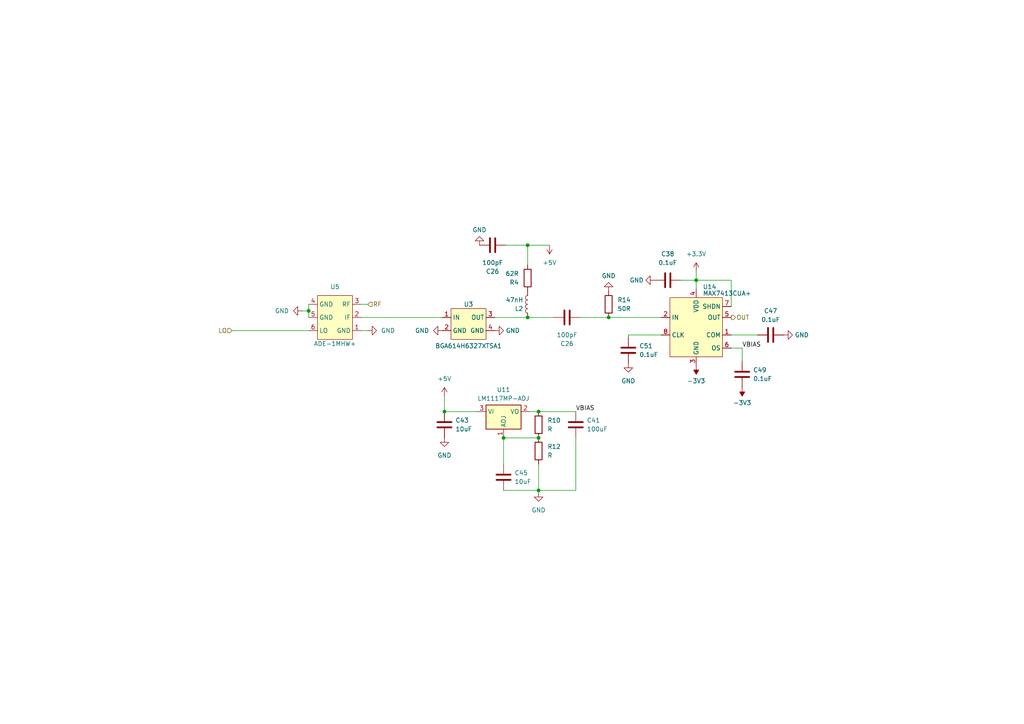
<source format=kicad_sch>
(kicad_sch (version 20230121) (generator eeschema)
  (paper "A4")
  (lib_symbols
    (symbol "ADE-1MHW+:ADE-1MHW+"
      (property "Reference" "U" (at 0 10.16 0))
      (property "Value" "ADE-1MHW+" (at 0 7.62 0))
      (symbol "ADE-1MHW+_1_1"
        (rectangle (start -5.08 6.35) (end 5.08 -6.35) (fill (type background)))
        (pin power_in line (at -7.62 3.81 0) (length 2.54) (name "GND") (number "1"))
        (pin output line (at -7.62 0 0) (length 2.54) (name "IF") (number "2"))
        (pin input line (at -7.62 -3.81 0) (length 2.54) (name "RF") (number "3"))
        (pin power_in line (at 7.62 -3.81 180) (length 2.54) (name "GND") (number "4"))
        (pin power_in line (at 7.62 0 180) (length 2.54) (name "GND") (number "5"))
        (pin input line (at 7.62 3.81 180) (length 2.54) (name "LO") (number "6"))
      )
    )
    (symbol "BGA614H6327XTSA1:BGA614H6327XTSA1"
      (property "Reference" "U" (at 0 7.62 0))
      (property "Value" "BGA614H6327XTSA1" (at 0 5.08 0))
      (symbol "BGA614H6327XTSA1_1_1"
        (rectangle (start -5.08 3.81) (end 5.08 -5.08) (fill (type background)))
        (pin input line (at -7.62 1.27 0) (length 2.54) (name "IN") (number "1"))
        (pin power_in line (at -7.62 -2.54 0) (length 2.54) (name "GND") (number "2"))
        (pin output line (at 7.62 1.27 180) (length 2.54) (name "OUT") (number "3"))
        (pin power_in line (at 7.62 -2.54 180) (length 2.54) (name "GND") (number "4"))
      )
    )
    (symbol "Device:C" (pin_numbers hide) (pin_names (offset 0.254))
      (property "Reference" "C" (at 0.635 2.54 0))
      (property "Value" "C" (at 0.635 -2.54 0))
      (symbol "C_0_1"
        (polyline (pts (xy -2.032 -0.762) (xy 2.032 -0.762)) (stroke (width 0.508)))
        (polyline (pts (xy -2.032 0.762) (xy 2.032 0.762)) (stroke (width 0.508)))
      )
      (symbol "C_1_1"
        (pin passive line (at 0 3.81 270) (length 2.794) (name "~") (number "1"))
        (pin passive line (at 0 -3.81 90) (length 2.794) (name "~") (number "2"))
      )
    )
    (symbol "Device:L" (pin_numbers hide) (pin_names (offset 1.016) hide)
      (property "Reference" "L" (at -1.27 0 90))
      (property "Value" "L" (at 1.905 0 90))
      (symbol "L_0_1"
        (arc (start 0 -2.54) (mid 0.6323 -1.905) (end 0 -1.27))
        (arc (start 0 -1.27) (mid 0.6323 -0.635) (end 0 0))
        (arc (start 0 0) (mid 0.6323 0.635) (end 0 1.27))
        (arc (start 0 1.27) (mid 0.6323 1.905) (end 0 2.54))
      )
      (symbol "L_1_1"
        (pin passive line (at 0 3.81 270) (length 1.27) (name "1") (number "1"))
        (pin passive line (at 0 -3.81 90) (length 1.27) (name "2") (number "2"))
      )
    )
    (symbol "Device:R" (pin_numbers hide) (pin_names (offset 0))
      (property "Reference" "R" (at 2.032 0 90))
      (property "Value" "R" (at 0 0 90))
      (symbol "R_0_1"
        (rectangle (start -1.016 -2.54) (end 1.016 2.54) (stroke (width 0.254)))
      )
      (symbol "R_1_1"
        (pin passive line (at 0 3.81 270) (length 1.27) (name "~") (number "1"))
        (pin passive line (at 0 -3.81 90) (length 1.27) (name "~") (number "2"))
      )
    )
    (symbol "MAX7413:MAX7413CUA+-ND"
      (property "Reference" "U" (at -7.62 11.43 0))
      (property "Value" "MAX7413CUA+" (at -8.255 9.525 0))
      (symbol "MAX7413CUA+-ND_1_1"
        (rectangle (start -7.62 8.255) (end 7.62 -8.89) (fill (type background)))
        (pin passive line (at 10.16 -2.54 180) (length 2.54) (name "COM") (number "1"))
        (pin input line (at -10.16 2.54 0) (length 2.54) (name "IN") (number "2"))
        (pin power_in line (at 0 -11.43 90) (length 2.54) (name "GND") (number "3"))
        (pin power_in line (at 0 10.795 270) (length 2.54) (name "VDD") (number "4"))
        (pin output line (at 10.16 2.54 180) (length 2.54) (name "OUT") (number "5"))
        (pin passive line (at 10.16 -6.35 180) (length 2.54) (name "OS") (number "6"))
        (pin power_in line (at 10.16 5.715 180) (length 2.54) (name "SHDN") (number "7"))
        (pin input line (at -10.16 -2.54 0) (length 2.54) (name "CLK") (number "8"))
      )
    )
    (symbol "Regulator_Linear:LM1117MP-ADJ"
      (property "Reference" "U" (at -3.81 3.175 0))
      (property "Value" "LM1117MP-ADJ" (at 0 3.175 0))
      (symbol "LM1117MP-ADJ_0_1"
        (rectangle (start -5.08 -5.08) (end 5.08 1.905) (stroke (width 0.254)) (fill (type background)))
      )
      (symbol "LM1117MP-ADJ_1_1"
        (pin input line (at 0 -7.62 90) (length 2.54) (name "ADJ") (number "1"))
        (pin power_out line (at 7.62 0 180) (length 2.54) (name "VO") (number "2"))
        (pin power_in line (at -7.62 0 0) (length 2.54) (name "VI") (number "3"))
      )
    )
    (symbol "power:+3.3V" (power) (pin_names (offset 0))
      (property "Value" "+3.3V" (at 0 3.556 0))
      (symbol "+3.3V_0_1"
        (polyline (pts (xy -0.762 1.27) (xy 0 2.54)))
        (polyline (pts (xy 0 0) (xy 0 2.54)))
        (polyline (pts (xy 0 2.54) (xy 0.762 1.27)))
      )
      (symbol "+3.3V_1_1"
        (pin power_in line (at 0 0 90) (length 0) hide (name "+3.3V") (number "1"))
      )
    )
    (symbol "power:+5V" (power) (pin_names (offset 0))
      (property "Value" "+5V" (at 0 3.556 0))
      (symbol "+5V_0_1"
        (polyline (pts (xy -0.762 1.27) (xy 0 2.54)))
        (polyline (pts (xy 0 0) (xy 0 2.54)))
        (polyline (pts (xy 0 2.54) (xy 0.762 1.27)))
      )
      (symbol "+5V_1_1"
        (pin power_in line (at 0 0 90) (length 0) hide (name "+5V") (number "1"))
      )
    )
    (symbol "power:-3V3" (power) (pin_names (offset 0))
      (property "Value" "-3V3" (at 0 3.81 0))
      (symbol "-3V3_0_0"
        (pin power_in line (at 0 0 90) (length 0) hide (name "-3V3") (number "1"))
      )
      (symbol "-3V3_0_1"
        (polyline (pts (xy 0 0) (xy 0 1.27) (xy 0.762 1.27) (xy 0 2.54) (xy -0.762 1.27) (xy 0 1.27)) (fill (type outline)))
      )
    )
    (symbol "power:GND" (power) (pin_names (offset 0))
      (property "Value" "GND" (at 0 -3.81 0))
      (symbol "GND_0_1"
        (polyline (pts (xy 0 0) (xy 0 -1.27) (xy 1.27 -1.27) (xy 0 -2.54) (xy -1.27 -1.27) (xy 0 -1.27)))
      )
      (symbol "GND_1_1"
        (pin power_in line (at 0 0 270) (length 0) hide (name "GND") (number "1"))
      )
    )
  )
  (junction (at 156.21 119.38))
  (junction (at 153.035 71.12))
  (junction (at 89.535 90.17))
  (junction (at 128.905 119.38))
  (junction (at 156.21 127))
  (junction (at 146.05 127))
  (junction (at 156.21 142.24))
  (junction (at 201.93 81.28))
  (junction (at 176.53 92.075))
  (junction (at 153.035 92.075))
  (wire (pts (xy 153.035 71.12) (xy 146.685 71.12)))
  (wire (pts (xy 153.035 92.075) (xy 160.655 92.075)))
  (wire (pts (xy 104.775 95.885) (xy 106.68 95.885)))
  (wire (pts (xy 212.09 97.155) (xy 219.71 97.155)))
  (wire (pts (xy 146.05 127) (xy 156.21 127)))
  (wire (pts (xy 146.05 127) (xy 146.05 134.62)))
  (wire (pts (xy 191.77 97.155) (xy 182.245 97.155)))
  (wire (pts (xy 153.67 119.38) (xy 156.21 119.38)))
  (wire (pts (xy 212.09 88.9) (xy 212.09 81.28)))
  (wire (pts (xy 128.905 119.38) (xy 138.43 119.38)))
  (wire (pts (xy 153.035 76.835) (xy 153.035 71.12)))
  (wire (pts (xy 201.93 78.74) (xy 201.93 81.28)))
  (wire (pts (xy 156.21 142.24) (xy 156.21 142.875)))
  (wire (pts (xy 212.09 81.28) (xy 201.93 81.28)))
  (wire (pts (xy 159.385 71.12) (xy 153.035 71.12)))
  (wire (pts (xy 67.31 95.885) (xy 89.535 95.885)))
  (wire (pts (xy 156.21 119.38) (xy 167.005 119.38)))
  (wire (pts (xy 182.245 97.155) (xy 182.245 97.79)))
  (wire (pts (xy 146.05 142.24) (xy 156.21 142.24)))
  (wire (pts (xy 156.21 134.62) (xy 156.21 142.24)))
  (wire (pts (xy 215.265 100.965) (xy 215.265 104.775)))
  (wire (pts (xy 212.09 100.965) (xy 215.265 100.965)))
  (wire (pts (xy 128.905 114.935) (xy 128.905 119.38)))
  (wire (pts (xy 89.535 90.17) (xy 89.535 92.075)))
  (wire (pts (xy 89.535 88.265) (xy 89.535 90.17)))
  (wire (pts (xy 201.93 81.28) (xy 201.93 83.82)))
  (wire (pts (xy 176.53 92.075) (xy 191.77 92.075)))
  (wire (pts (xy 104.775 88.265) (xy 106.68 88.265)))
  (wire (pts (xy 104.775 92.075) (xy 128.27 92.075)))
  (wire (pts (xy 167.005 142.24) (xy 156.21 142.24)))
  (wire (pts (xy 168.275 92.075) (xy 176.53 92.075)))
  (wire (pts (xy 87.63 90.17) (xy 89.535 90.17)))
  (wire (pts (xy 153.035 92.075) (xy 143.51 92.075)))
  (wire (pts (xy 167.005 127) (xy 167.005 142.24)))
  (wire (pts (xy 197.485 81.28) (xy 201.93 81.28)))
  (label "VBIAS" (at 167.005 119.38 0))
  (label "VBIAS" (at 215.265 100.965 0))
  (hierarchical_label "RF" (shape input) (at 106.68 88.265 0))
  (hierarchical_label "OUT" (shape output) (at 212.09 92.075 0))
  (hierarchical_label "LO" (shape input) (at 67.31 95.885 180))
  (symbol (lib_id "Device:C") (at 142.875 71.12 270) (unit 1)
    (property "Reference" "C26" (at 142.875 78.74 90))
    (property "Value" "100pF" (at 142.875 76.2 90))
    (property "Footprint" "Capacitor_SMD:C_0805_2012Metric" (effects hide))
    (instances (project "analog_frontend" (path "" (reference "C26") (unit 1)) (path "" (reference "C30") (unit 1)) (path "" (reference "C40") (unit 1))))
  )
  (symbol (lib_id "MAX7413:MAX7413CUA+-ND") (at 201.93 94.615 0) (unit 1)
    (property "Reference" "U14" (at 203.835 83.185 0) (effects (justify left)))
    (property "Value" "MAX7413CUA+" (at 203.835 85.09 0) (effects (justify left)))
    (property "Footprint" "footprints:MAX7413CUA+" (effects hide))
    (instances (project "analog_frontend" (path "" (reference "U14") (unit 1)) (path "" (reference "U15") (unit 1))))
  )
  (symbol (lib_id "Device:C") (at 128.905 123.19 0) (unit 1)
    (property "Reference" "C43" (at 132.08 121.92 0) (effects (justify left)))
    (property "Value" "10uF" (at 132.08 124.46 0) (effects (justify left)))
    (property "Footprint" "Capacitor_SMD:C_0805_2012Metric" (effects hide))
    (instances (project "analog_frontend" (path "" (reference "C43") (unit 1)) (path "" (reference "C42") (unit 1))))
  )
  (symbol (lib_id "power:+5V") (at 128.905 114.935 0) (unit 1)
    (property "Reference" "#PWR028" (effects hide))
    (property "Value" "+5V" (at 128.905 109.855 0))
    (instances (project "analog_frontend" (path "" (reference "#PWR028") (unit 1)) (path "" (reference "#PWR041") (unit 1)) (path "" (reference "#PWR071") (unit 1)) (path "" (reference "#PWR072") (unit 1))))
  )
  (symbol (lib_id "power:+5V") (at 159.385 71.12 180) (unit 1)
    (property "Reference" "#PWR028" (effects hide))
    (property "Value" "+5V" (at 159.385 76.2 0))
    (instances (project "analog_frontend" (path "" (reference "#PWR028") (unit 1)) (path "" (reference "#PWR041") (unit 1)) (path "" (reference "#PWR045") (unit 1)) (path "" (reference "#PWR055") (unit 1))))
  )
  (symbol (lib_id "power:GND") (at 227.33 97.155 90) (unit 1)
    (property "Reference" "#PWR05" (effects hide))
    (property "Value" "GND" (at 230.505 97.155 90) (effects (justify right)))
    (instances (project "analog_frontend" (path "" (reference "#PWR05") (unit 1)) (path "" (reference "#PWR048") (unit 1)) (path "" (reference "#PWR056") (unit 1)) (path "" (reference "#PWR048") (unit 1))))
  )
  (symbol (lib_id "power:GND") (at 139.065 71.12 180) (unit 1)
    (property "Reference" "#PWR011" (effects hide))
    (property "Value" "GND" (at 139.065 66.675 0))
    (instances (project "analog_frontend" (path "" (reference "#PWR011") (unit 1)) (path "" (reference "#PWR043") (unit 1)) (path "" (reference "#PWR050") (unit 1)) (path "" (reference "#PWR065") (unit 1))))
  )
  (symbol (lib_id "Device:C") (at 182.245 101.6 180) (unit 1)
    (property "Reference" "C51" (at 185.42 100.33 0) (effects (justify right)))
    (property "Value" "0.1uF" (at 185.42 102.87 0) (effects (justify right)))
    (property "Footprint" "Capacitor_SMD:C_0805_2012Metric" (effects hide))
    (instances (project "analog_frontend" (path "" (reference "C51") (unit 1)) (path "" (reference "C50") (unit 1))))
  )
  (symbol (lib_id "Device:R") (at 156.21 130.81 0) (unit 1)
    (property "Reference" "R12" (at 158.75 129.54 0) (effects (justify left)))
    (property "Value" "R" (at 158.75 132.08 0) (effects (justify left)))
    (property "Footprint" "Resistor_SMD:R_0805_2012Metric" (effects hide))
    (instances (project "analog_frontend" (path "" (reference "R12") (unit 1)) (path "" (reference "R11") (unit 1))))
  )
  (symbol (lib_id "Device:R") (at 156.21 123.19 0) (unit 1)
    (property "Reference" "R10" (at 158.75 121.92 0) (effects (justify left)))
    (property "Value" "R" (at 158.75 124.46 0) (effects (justify left)))
    (property "Footprint" "Resistor_SMD:R_0805_2012Metric" (effects hide))
    (instances (project "analog_frontend" (path "" (reference "R10") (unit 1)) (path "" (reference "R9") (unit 1))))
  )
  (symbol (lib_id "Device:C") (at 167.005 123.19 0) (unit 1)
    (property "Reference" "C41" (at 170.18 121.92 0) (effects (justify left)))
    (property "Value" "100uF" (at 170.18 124.46 0) (effects (justify left)))
    (property "Footprint" "Capacitor_SMD:C_0805_2012Metric" (effects hide))
    (instances (project "analog_frontend" (path "" (reference "C41") (unit 1)) (path "" (reference "C35") (unit 1))))
  )
  (symbol (lib_id "Device:R") (at 153.035 80.645 180) (unit 1)
    (property "Reference" "R4" (at 150.495 81.915 0) (effects (justify left)))
    (property "Value" "62R" (at 150.495 79.375 0) (effects (justify left)))
    (property "Footprint" "Resistor_SMD:R_0805_2012Metric" (effects hide))
    (instances (project "analog_frontend" (path "" (reference "R4") (unit 1)) (path "" (reference "R7") (unit 1)) (path "" (reference "R8") (unit 1))))
  )
  (symbol (lib_id "Device:C") (at 223.52 97.155 90) (unit 1)
    (property "Reference" "C47" (at 223.52 90.17 90))
    (property "Value" "0.1uF" (at 223.52 92.71 90))
    (property "Footprint" "Capacitor_SMD:C_0805_2012Metric" (effects hide))
    (instances (project "analog_frontend" (path "" (reference "C47") (unit 1)) (path "" (reference "C46") (unit 1))))
  )
  (symbol (lib_id "power:GND") (at 106.68 95.885 90) (unit 1)
    (property "Reference" "#PWR08" (effects hide))
    (property "Value" "GND" (at 110.49 95.885 90) (effects (justify right)))
    (instances (project "analog_frontend" (path "" (reference "#PWR08") (unit 1)) (path "" (reference "#PWR06") (unit 1)) (path "" (reference "#PWR06") (unit 1)) (path "" (reference "#PWR053") (unit 1))))
  )
  (symbol (lib_id "Device:C") (at 146.05 138.43 0) (unit 1)
    (property "Reference" "C45" (at 149.225 137.16 0) (effects (justify left)))
    (property "Value" "10uF" (at 149.225 139.7 0) (effects (justify left)))
    (property "Footprint" "Capacitor_SMD:C_0805_2012Metric" (effects hide))
    (instances (project "analog_frontend" (path "" (reference "C45") (unit 1)) (path "" (reference "C44") (unit 1))))
  )
  (symbol (lib_id "Regulator_Linear:LM1117MP-ADJ") (at 146.05 119.38 0) (unit 1)
    (property "Reference" "U11" (at 146.05 113.03 0))
    (property "Value" "LM1117MP-ADJ" (at 146.05 115.57 0))
    (property "Footprint" "Package_TO_SOT_SMD:SOT-223-3_TabPin2" (effects hide))
    (property "Datasheet" "http://www.ti.com/lit/ds/symlink/lm1117.pdf" (effects hide))
    (instances (project "analog_frontend" (path "" (reference "U11") (unit 1)) (path "" (reference "U10") (unit 1))))
  )
  (symbol (lib_id "Device:R") (at 176.53 88.265 0) (unit 1)
    (property "Reference" "R14" (at 179.07 86.995 0) (effects (justify left)))
    (property "Value" "50R" (at 179.07 89.535 0) (effects (justify left)))
    (property "Footprint" "Resistor_SMD:R_0805_2012Metric" (effects hide))
    (instances (project "analog_frontend" (path "" (reference "R14") (unit 1)) (path "" (reference "R13") (unit 1))))
  )
  (symbol (lib_id "power:GND") (at 182.245 105.41 0) (unit 1)
    (property "Reference" "#PWR05" (effects hide))
    (property "Value" "GND" (at 182.245 110.49 0))
    (instances (project "analog_frontend" (path "" (reference "#PWR05") (unit 1)) (path "" (reference "#PWR048") (unit 1)) (path "" (reference "#PWR080") (unit 1)) (path "" (reference "#PWR079") (unit 1))))
  )
  (symbol (lib_id "Device:C") (at 193.675 81.28 90) (unit 1)
    (property "Reference" "C38" (at 193.675 73.66 90))
    (property "Value" "0.1uF" (at 193.675 76.2 90))
    (property "Footprint" "Capacitor_SMD:C_0805_2012Metric" (effects hide))
    (instances (project "analog_frontend" (path "" (reference "C38") (unit 1)) (path "" (reference "C39") (unit 1))))
  )
  (symbol (lib_id "power:GND") (at 128.905 127 0) (unit 1)
    (property "Reference" "#PWR06" (effects hide))
    (property "Value" "GND" (at 128.905 132.08 0))
    (instances (project "analog_frontend" (path "" (reference "#PWR06") (unit 1)) (path "" (reference "#PWR042") (unit 1)) (path "" (reference "#PWR073") (unit 1)) (path "" (reference "#PWR074") (unit 1))))
  )
  (symbol (lib_id "power:-3V3") (at 201.93 106.045 180) (unit 1)
    (property "Reference" "#PWR068" (effects hide))
    (property "Value" "-3V3" (at 201.93 110.49 0))
    (instances (project "analog_frontend" (path "" (reference "#PWR068") (unit 1)) (path "" (reference "#PWR067") (unit 1))))
  )
  (symbol (lib_id "power:GND") (at 176.53 84.455 180) (unit 1)
    (property "Reference" "#PWR05" (effects hide))
    (property "Value" "GND" (at 176.53 80.01 0))
    (instances (project "analog_frontend" (path "" (reference "#PWR05") (unit 1)) (path "" (reference "#PWR048") (unit 1)) (path "" (reference "#PWR078") (unit 1)) (path "" (reference "#PWR077") (unit 1))))
  )
  (symbol (lib_id "BGA614H6327XTSA1:BGA614H6327XTSA1") (at 135.89 93.345 0) (unit 1)
    (property "Reference" "U3" (at 135.89 88.265 0))
    (property "Value" "BGA614H6327XTSA1" (at 135.89 100.33 0))
    (property "Footprint" "footprints:BGA614H6327XTSA1" (effects hide))
    (instances (project "analog_frontend" (path "" (reference "U3") (unit 1)) (path "" (reference "U5") (unit 1)) (path "" (reference "U8") (unit 1)) (path "" (reference "U9") (unit 1))))
  )
  (symbol (lib_id "Device:C") (at 215.265 108.585 180) (unit 1)
    (property "Reference" "C49" (at 218.44 107.315 0) (effects (justify right)))
    (property "Value" "0.1uF" (at 218.44 109.855 0) (effects (justify right)))
    (property "Footprint" "Capacitor_SMD:C_0805_2012Metric" (effects hide))
    (instances (project "analog_frontend" (path "" (reference "C49") (unit 1)) (path "" (reference "C48") (unit 1))))
  )
  (symbol (lib_id "power:+3.3V") (at 201.93 78.74 0) (unit 1)
    (property "Reference" "#PWR070" (effects hide))
    (property "Value" "+3.3V" (at 201.93 73.66 0))
    (instances (project "analog_frontend" (path "" (reference "#PWR070") (unit 1)) (path "" (reference "#PWR069") (unit 1))))
  )
  (symbol (lib_id "power:GND") (at 189.865 81.28 270) (unit 1)
    (property "Reference" "#PWR05" (effects hide))
    (property "Value" "GND" (at 186.69 81.28 90) (effects (justify right)))
    (instances (project "analog_frontend" (path "" (reference "#PWR05") (unit 1)) (path "" (reference "#PWR048") (unit 1)) (path "" (reference "#PWR059") (unit 1)) (path "" (reference "#PWR052") (unit 1))))
  )
  (symbol (lib_id "power:GND") (at 128.27 95.885 270) (unit 1)
    (property "Reference" "#PWR06" (effects hide))
    (property "Value" "GND" (at 124.46 95.885 90) (effects (justify right)))
    (instances (project "analog_frontend" (path "" (reference "#PWR06") (unit 1)) (path "" (reference "#PWR010") (unit 1)) (path "" (reference "#PWR054") (unit 1)) (path "" (reference "#PWR066") (unit 1))))
  )
  (symbol (lib_id "power:GND") (at 143.51 95.885 90) (unit 1)
    (property "Reference" "#PWR06" (effects hide))
    (property "Value" "GND" (at 146.685 95.885 90) (effects (justify right)))
    (instances (project "analog_frontend" (path "" (reference "#PWR06") (unit 1)) (path "" (reference "#PWR042") (unit 1)) (path "" (reference "#PWR046") (unit 1)) (path "" (reference "#PWR057") (unit 1))))
  )
  (symbol (lib_id "Device:C") (at 164.465 92.075 270) (unit 1)
    (property "Reference" "C26" (at 164.465 99.695 90))
    (property "Value" "100pF" (at 164.465 97.155 90))
    (property "Footprint" "Capacitor_SMD:C_0805_2012Metric" (effects hide))
    (instances (project "analog_frontend" (path "" (reference "C26") (unit 1)) (path "" (reference "C29") (unit 1)) (path "" (reference "C34") (unit 1))))
  )
  (symbol (lib_id "power:GND") (at 156.21 142.875 0) (unit 1)
    (property "Reference" "#PWR06" (effects hide))
    (property "Value" "GND" (at 156.21 147.955 0))
    (instances (project "analog_frontend" (path "" (reference "#PWR06") (unit 1)) (path "" (reference "#PWR010") (unit 1)) (path "" (reference "#PWR051") (unit 1)) (path "" (reference "#PWR058") (unit 1))))
  )
  (symbol (lib_id "power:-3V3") (at 215.265 112.395 180) (unit 1)
    (property "Reference" "#PWR076" (effects hide))
    (property "Value" "-3V3" (at 215.265 116.84 0))
    (instances (project "analog_frontend" (path "" (reference "#PWR076") (unit 1)) (path "" (reference "#PWR075") (unit 1))))
  )
  (symbol (lib_id "Device:L") (at 153.035 88.265 180) (unit 1)
    (property "Reference" "L2" (at 151.765 89.535 0) (effects (justify left)))
    (property "Value" "47nH" (at 151.765 86.995 0) (effects (justify left)))
    (property "Footprint" "Inductor_SMD:L_0603_1608Metric" (effects hide))
    (instances (project "analog_frontend" (path "" (reference "L2") (unit 1)) (path "" (reference "L3") (unit 1)) (path "" (reference "L4") (unit 1))))
  )
  (symbol (lib_id "power:GND") (at 87.63 90.17 270) (unit 1)
    (property "Reference" "#PWR07" (effects hide))
    (property "Value" "GND" (at 83.82 90.17 90) (effects (justify right)))
    (instances (project "analog_frontend" (path "" (reference "#PWR07") (unit 1)) (path "" (reference "#PWR04") (unit 1)) (path "" (reference "#PWR04") (unit 1)) (path "" (reference "#PWR047") (unit 1))))
  )
  (symbol (lib_id "ADE-1MHW+:ADE-1MHW+") (at 97.155 92.075 180) (unit 1)
    (property "Reference" "U5" (at 97.155 83.185 0))
    (property "Value" "ADE-1MHW+" (at 97.155 99.695 0))
    (property "Footprint" "footprints:ADE-1MHW+" (effects hide))
    (instances (project "analog_frontend" (path "" (reference "U5") (unit 1)) (path "" (reference "U2") (unit 1)) (path "" (reference "U2") (unit 1)) (path "" (reference "U6") (unit 1))))
  )
)
</source>
